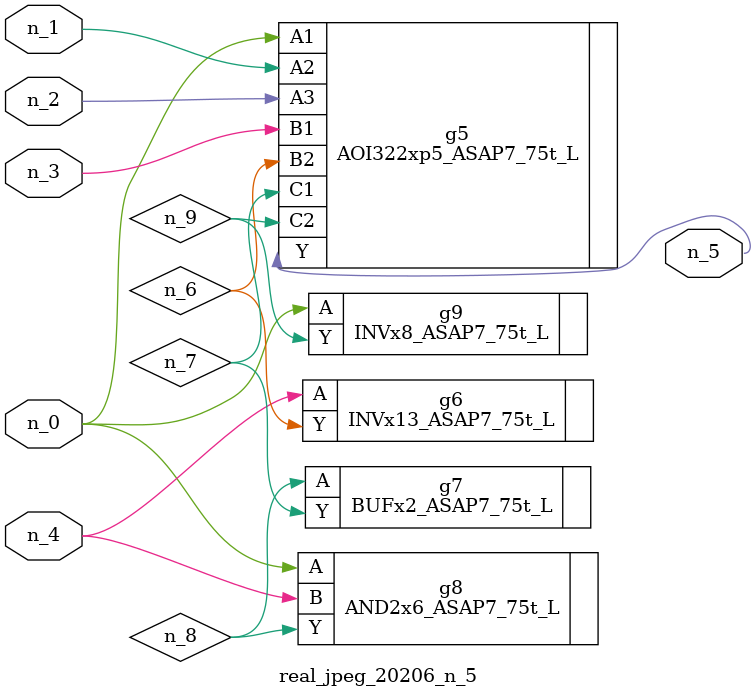
<source format=v>
module real_jpeg_20206_n_5 (n_4, n_0, n_1, n_2, n_3, n_5);

input n_4;
input n_0;
input n_1;
input n_2;
input n_3;

output n_5;

wire n_8;
wire n_6;
wire n_7;
wire n_9;

AOI322xp5_ASAP7_75t_L g5 ( 
.A1(n_0),
.A2(n_1),
.A3(n_2),
.B1(n_3),
.B2(n_6),
.C1(n_7),
.C2(n_9),
.Y(n_5)
);

AND2x6_ASAP7_75t_L g8 ( 
.A(n_0),
.B(n_4),
.Y(n_8)
);

INVx8_ASAP7_75t_L g9 ( 
.A(n_0),
.Y(n_9)
);

INVx13_ASAP7_75t_L g6 ( 
.A(n_4),
.Y(n_6)
);

BUFx2_ASAP7_75t_L g7 ( 
.A(n_8),
.Y(n_7)
);


endmodule
</source>
